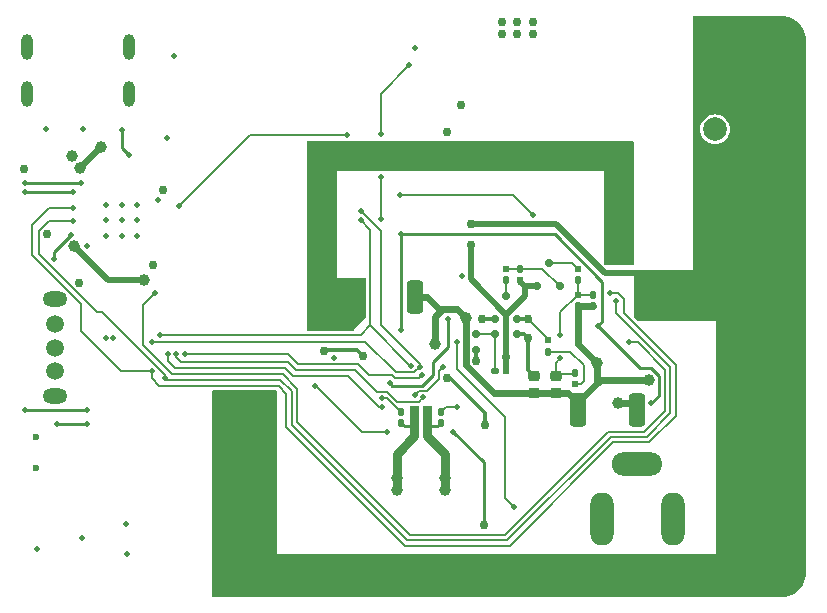
<source format=gbr>
%TF.GenerationSoftware,KiCad,Pcbnew,8.0.6+1*%
%TF.CreationDate,2024-11-21T12:35:32-05:00*%
%TF.ProjectId,powerSupplyBoard,706f7765-7253-4757-9070-6c79426f6172,01*%
%TF.SameCoordinates,Original*%
%TF.FileFunction,Copper,L4,Bot*%
%TF.FilePolarity,Positive*%
%FSLAX46Y46*%
G04 Gerber Fmt 4.6, Leading zero omitted, Abs format (unit mm)*
G04 Created by KiCad (PCBNEW 8.0.6+1) date 2024-11-21 12:35:32*
%MOMM*%
%LPD*%
G01*
G04 APERTURE LIST*
G04 Aperture macros list*
%AMRoundRect*
0 Rectangle with rounded corners*
0 $1 Rounding radius*
0 $2 $3 $4 $5 $6 $7 $8 $9 X,Y pos of 4 corners*
0 Add a 4 corners polygon primitive as box body*
4,1,4,$2,$3,$4,$5,$6,$7,$8,$9,$2,$3,0*
0 Add four circle primitives for the rounded corners*
1,1,$1+$1,$2,$3*
1,1,$1+$1,$4,$5*
1,1,$1+$1,$6,$7*
1,1,$1+$1,$8,$9*
0 Add four rect primitives between the rounded corners*
20,1,$1+$1,$2,$3,$4,$5,0*
20,1,$1+$1,$4,$5,$6,$7,0*
20,1,$1+$1,$6,$7,$8,$9,0*
20,1,$1+$1,$8,$9,$2,$3,0*%
G04 Aperture macros list end*
%TA.AperFunction,ComponentPad*%
%ADD10O,1.000000X2.200000*%
%TD*%
%TA.AperFunction,ComponentPad*%
%ADD11O,2.000000X4.500000*%
%TD*%
%TA.AperFunction,ComponentPad*%
%ADD12O,4.250000X2.000000*%
%TD*%
%TA.AperFunction,ComponentPad*%
%ADD13R,2.000000X2.000000*%
%TD*%
%TA.AperFunction,ComponentPad*%
%ADD14C,2.000000*%
%TD*%
%TA.AperFunction,ComponentPad*%
%ADD15O,2.100000X1.300000*%
%TD*%
%TA.AperFunction,ComponentPad*%
%ADD16C,1.500000*%
%TD*%
%TA.AperFunction,SMDPad,CuDef*%
%ADD17RoundRect,0.217750X-0.267250X0.217750X-0.267250X-0.217750X0.267250X-0.217750X0.267250X0.217750X0*%
%TD*%
%TA.AperFunction,SMDPad,CuDef*%
%ADD18RoundRect,0.137500X-0.152500X0.137500X-0.152500X-0.137500X0.152500X-0.137500X0.152500X0.137500X0*%
%TD*%
%TA.AperFunction,SMDPad,CuDef*%
%ADD19RoundRect,0.145000X-0.145000X0.155000X-0.145000X-0.155000X0.145000X-0.155000X0.145000X0.155000X0*%
%TD*%
%TA.AperFunction,SMDPad,CuDef*%
%ADD20RoundRect,0.137500X0.137500X0.152500X-0.137500X0.152500X-0.137500X-0.152500X0.137500X-0.152500X0*%
%TD*%
%TA.AperFunction,SMDPad,CuDef*%
%ADD21RoundRect,0.145000X0.155000X0.145000X-0.155000X0.145000X-0.155000X-0.145000X0.155000X-0.145000X0*%
%TD*%
%TA.AperFunction,SMDPad,CuDef*%
%ADD22RoundRect,0.137500X0.152500X-0.137500X0.152500X0.137500X-0.152500X0.137500X-0.152500X-0.137500X0*%
%TD*%
%TA.AperFunction,SMDPad,CuDef*%
%ADD23RoundRect,0.145000X0.145000X-0.155000X0.145000X0.155000X-0.145000X0.155000X-0.145000X-0.155000X0*%
%TD*%
%TA.AperFunction,SMDPad,CuDef*%
%ADD24RoundRect,0.250000X-0.432500X-1.153000X0.432500X-1.153000X0.432500X1.153000X-0.432500X1.153000X0*%
%TD*%
%TA.AperFunction,SMDPad,CuDef*%
%ADD25RoundRect,0.150000X0.150000X-0.200000X0.150000X0.200000X-0.150000X0.200000X-0.150000X-0.200000X0*%
%TD*%
%TA.AperFunction,SMDPad,CuDef*%
%ADD26RoundRect,0.145000X0.145000X-0.167500X0.145000X0.167500X-0.145000X0.167500X-0.145000X-0.167500X0*%
%TD*%
%TA.AperFunction,SMDPad,CuDef*%
%ADD27RoundRect,0.145000X-0.145000X0.167500X-0.145000X-0.167500X0.145000X-0.167500X0.145000X0.167500X0*%
%TD*%
%TA.AperFunction,SMDPad,CuDef*%
%ADD28RoundRect,0.150000X-0.150000X0.200000X-0.150000X-0.200000X0.150000X-0.200000X0.150000X0.200000X0*%
%TD*%
%TA.AperFunction,SMDPad,CuDef*%
%ADD29RoundRect,0.150000X0.200000X-0.150000X0.200000X0.150000X-0.200000X0.150000X-0.200000X-0.150000X0*%
%TD*%
%TA.AperFunction,SMDPad,CuDef*%
%ADD30RoundRect,0.250000X0.432500X1.153000X-0.432500X1.153000X-0.432500X-1.153000X0.432500X-1.153000X0*%
%TD*%
%TA.AperFunction,ViaPad*%
%ADD31C,0.600000*%
%TD*%
%TA.AperFunction,ViaPad*%
%ADD32C,0.750000*%
%TD*%
%TA.AperFunction,ViaPad*%
%ADD33C,0.500000*%
%TD*%
%TA.AperFunction,ViaPad*%
%ADD34C,1.000000*%
%TD*%
%TA.AperFunction,Conductor*%
%ADD35C,0.600000*%
%TD*%
%TA.AperFunction,Conductor*%
%ADD36C,0.350000*%
%TD*%
%TA.AperFunction,Conductor*%
%ADD37C,0.500000*%
%TD*%
%TA.AperFunction,Conductor*%
%ADD38C,0.200000*%
%TD*%
%TA.AperFunction,Conductor*%
%ADD39C,0.750000*%
%TD*%
%TA.AperFunction,Conductor*%
%ADD40C,0.250000*%
%TD*%
G04 APERTURE END LIST*
D10*
%TO.P,J1,S1,SHIELD*%
%TO.N,VSS*%
X120320000Y-89500000D03*
X120320000Y-85500000D03*
X111680000Y-89500000D03*
X111680000Y-85500000D03*
%TD*%
D11*
%TO.P,J3,1*%
%TO.N,Net-(F1-Pad1)*%
X160300000Y-125500000D03*
%TO.P,J3,2*%
%TO.N,GND*%
X166300000Y-125500000D03*
D12*
%TO.P,J3,3*%
X163300000Y-120800000D03*
%TD*%
D13*
%TO.P,J6,1*%
%TO.N,BAT+*%
X169900000Y-87500000D03*
D14*
%TO.P,J6,2*%
%TO.N,VSS*%
X169900000Y-92500000D03*
%TD*%
D15*
%TO.P,SW2,*%
%TO.N,*%
X114000000Y-106900000D03*
X114000000Y-115100000D03*
D16*
%TO.P,SW2,1*%
%TO.N,+3V3*%
X114000000Y-109000000D03*
%TO.P,SW2,2*%
%TO.N,Net-(R6-Pad2)*%
X114000000Y-111000000D03*
%TO.P,SW2,3*%
%TO.N,VSS*%
X114000000Y-113000000D03*
%TD*%
D17*
%TO.P,C45,1*%
%TO.N,/Fuel Gauge/REGIN*%
X154600000Y-113350000D03*
%TO.P,C45,2*%
%TO.N,AGND*%
X154600000Y-114850000D03*
%TD*%
D18*
%TO.P,R34,1*%
%TO.N,Net-(U6-BAT)*%
X158300000Y-106510000D03*
D19*
%TO.P,R34,2*%
%TO.N,AGND*%
X158300000Y-107465000D03*
%TD*%
D20*
%TO.P,R35,1*%
%TO.N,BAT+*%
X152190000Y-113000000D03*
D21*
%TO.P,R35,2*%
%TO.N,Net-(D7-Pad2)*%
X151235000Y-113000000D03*
%TD*%
D22*
%TO.P,R31,1*%
%TO.N,BAT+*%
X153400000Y-105290000D03*
D23*
%TO.P,R31,2*%
%TO.N,Net-(Q4-Pad1)*%
X153400000Y-104335000D03*
%TD*%
D18*
%TO.P,R33,1*%
%TO.N,Net-(Q4-Pad3)*%
X158300000Y-104310000D03*
D19*
%TO.P,R33,2*%
%TO.N,Net-(U6-BAT)*%
X158300000Y-105265000D03*
%TD*%
D24*
%TO.P,NT3,1*%
%TO.N,/Battery Monitor/1P*%
X139509000Y-106700000D03*
%TO.P,NT3,2*%
%TO.N,AGND*%
X144491000Y-106700000D03*
%TD*%
D17*
%TO.P,C46,1*%
%TO.N,/Fuel Gauge/REG25*%
X156400000Y-113350000D03*
%TO.P,C46,2*%
%TO.N,AGND*%
X156400000Y-114850000D03*
%TD*%
D25*
%TO.P,Q4,1*%
%TO.N,Net-(Q4-Pad1)*%
X156750000Y-105800000D03*
%TO.P,Q4,2*%
%TO.N,BAT+*%
X154850000Y-105800000D03*
%TO.P,Q4,3*%
%TO.N,Net-(Q4-Pad3)*%
X155800000Y-103800000D03*
%TD*%
%TO.P,Q5,1*%
%TO.N,/Fuel Gauge/VEN*%
X153150000Y-108600000D03*
%TO.P,Q5,2*%
%TO.N,GND*%
X151250000Y-108600000D03*
%TO.P,Q5,3*%
%TO.N,Net-(Q5-Pad3)*%
X152200000Y-106600000D03*
%TD*%
D26*
%TO.P,C28,1*%
%TO.N,Net-(U4-SW2)*%
X143300000Y-117337000D03*
%TO.P,C28,2*%
%TO.N,Net-(U4-BTST2)*%
X143300000Y-116463000D03*
%TD*%
D27*
%TO.P,C44,1*%
%TO.N,Net-(U6-BAT)*%
X159600000Y-106563000D03*
%TO.P,C44,2*%
%TO.N,AGND*%
X159600000Y-107437000D03*
%TD*%
%TO.P,C27,1*%
%TO.N,Net-(U4-BTST1)*%
X146700000Y-116463000D03*
%TO.P,C27,2*%
%TO.N,Net-(U4-SW1)*%
X146700000Y-117337000D03*
%TD*%
D28*
%TO.P,Q6,1*%
%TO.N,Net-(D7-Pad2)*%
X151250000Y-109800000D03*
%TO.P,Q6,2*%
%TO.N,/Fuel Gauge/REGIN*%
X153150000Y-109800000D03*
%TO.P,Q6,3*%
%TO.N,BAT+*%
X152200000Y-111800000D03*
%TD*%
D29*
%TO.P,D7,1*%
%TO.N,GND*%
X149700000Y-111200000D03*
%TO.P,D7,2*%
%TO.N,Net-(D7-Pad2)*%
X149700000Y-109800000D03*
%TD*%
D30*
%TO.P,NT1,1*%
%TO.N,GND*%
X163291000Y-116300000D03*
%TO.P,NT1,2*%
%TO.N,AGND*%
X158309000Y-116300000D03*
%TD*%
D18*
%TO.P,R37,1*%
%TO.N,/Fuel Gauge/VEN*%
X155750000Y-110360000D03*
D19*
%TO.P,R37,2*%
%TO.N,Net-(R36-Pad1)*%
X155750000Y-111315000D03*
%TD*%
D18*
%TO.P,R32,1*%
%TO.N,Net-(Q4-Pad1)*%
X152200000Y-104310000D03*
D19*
%TO.P,R32,2*%
%TO.N,Net-(Q5-Pad3)*%
X152200000Y-105265000D03*
%TD*%
D22*
%TO.P,R36,1*%
%TO.N,Net-(R36-Pad1)*%
X158000000Y-114090000D03*
D23*
%TO.P,R36,2*%
%TO.N,/Fuel Gauge/REG25*%
X158000000Y-113135000D03*
%TD*%
D31*
%TO.N,VSS*%
X112400000Y-118575000D03*
D32*
X123150000Y-97600000D03*
D33*
X144500000Y-85600000D03*
X118350000Y-110150000D03*
D32*
X147200000Y-92700000D03*
D33*
X120060000Y-125900000D03*
D32*
X153150000Y-83400000D03*
D33*
X137600000Y-111850000D03*
D32*
X151900000Y-83400000D03*
X111400000Y-95900000D03*
D31*
X112400000Y-121200000D03*
D33*
X124100000Y-86300000D03*
D32*
X151900000Y-84400000D03*
X116050000Y-105500000D03*
X154450000Y-83400000D03*
D33*
X120950000Y-101500000D03*
X112500000Y-128000000D03*
X148500000Y-104900000D03*
D32*
X122300000Y-104000000D03*
D33*
X123500000Y-93200000D03*
D32*
X113350000Y-101400000D03*
D33*
X122700000Y-98450000D03*
X119650000Y-101500000D03*
X120950000Y-100200000D03*
X116700000Y-102350000D03*
D32*
X153150000Y-84400000D03*
D33*
X118350000Y-98900000D03*
X116320000Y-127100000D03*
X118350000Y-101500000D03*
X120100000Y-128500000D03*
X119650000Y-100200000D03*
X119650000Y-98900000D03*
X120950000Y-98900000D03*
X118350000Y-100200000D03*
X118900000Y-110150000D03*
D34*
X115444972Y-94794543D03*
D32*
X154450000Y-84400000D03*
D33*
X113250000Y-92500000D03*
D32*
X148400000Y-90450000D03*
D33*
X116350000Y-92500000D03*
D32*
%TO.N,GND*%
X149700000Y-112150000D03*
X150200000Y-108600000D03*
D34*
X161700000Y-115700000D03*
%TO.N,+3V3*%
X116100000Y-95800000D03*
X121550000Y-105250000D03*
X117900000Y-94000000D03*
X115650000Y-102400000D03*
D32*
%TO.N,VBUS*%
X150400000Y-117500000D03*
X147190000Y-113530000D03*
%TO.N,Net-(U4-BATP)*%
X136800000Y-111300000D03*
X140100000Y-111700000D03*
D33*
%TO.N,Net-(U4-BTST1)*%
X148037999Y-116037999D03*
D34*
%TO.N,Net-(U4-SW1)*%
X147025000Y-123050000D03*
D33*
X145550000Y-116150000D03*
D34*
X147025000Y-122000000D03*
D33*
X145550000Y-116700000D03*
%TO.N,Net-(U4-BTST2)*%
X141711091Y-115288909D03*
D34*
%TO.N,Net-(U4-SW2)*%
X142975000Y-122000000D03*
D33*
X144450000Y-116150000D03*
D34*
X142975000Y-123050000D03*
D33*
X144450000Y-116700000D03*
D34*
%TO.N,AGND*%
X159900000Y-112300000D03*
X148800000Y-108500000D03*
X164300000Y-113700000D03*
X146150000Y-110650000D03*
D33*
%TO.N,Net-(U6-BAT)*%
X156800000Y-109900000D03*
D32*
%TO.N,/Fuel Gauge/REGIN*%
X154100000Y-110200000D03*
D33*
%TO.N,/Fuel Gauge/REG25*%
X156800000Y-111900000D03*
%TO.N,Net-(U4-STAT)*%
X147750000Y-118150000D03*
D32*
X150300000Y-126000000D03*
%TO.N,BAT+*%
X149200000Y-100500000D03*
D34*
X132000000Y-115400000D03*
D32*
X149200000Y-102300000D03*
D34*
X166000000Y-106700000D03*
X128100000Y-116700000D03*
X164800000Y-106700000D03*
X164800000Y-107900000D03*
X129400000Y-116700000D03*
X129400000Y-115400000D03*
X167200000Y-107900000D03*
X130700000Y-116700000D03*
X132000000Y-116700000D03*
X163600000Y-106700000D03*
X128100000Y-115400000D03*
X163600000Y-107900000D03*
X130700000Y-115400000D03*
X166000000Y-107900000D03*
X167200000Y-106700000D03*
D33*
%TO.N,Net-(D2-Pad1)*%
X120300000Y-94700000D03*
X119700000Y-92600000D03*
%TO.N,/BAT_CHG_INT*%
X141700000Y-116000000D03*
X123600000Y-111500000D03*
%TO.N,/~{QON}*%
X124300000Y-111500000D03*
X145200000Y-115200000D03*
%TO.N,/SOC_ALERT*%
X122500000Y-106400000D03*
X162650000Y-110550000D03*
%TO.N,/BAL_ALERT*%
X138700000Y-92950000D03*
X124500000Y-99000000D03*
%TO.N,/SCL*%
X122200000Y-113000000D03*
X139900000Y-99400000D03*
X115500000Y-99200000D03*
X122200000Y-110500000D03*
X161000000Y-106400000D03*
X144900000Y-112600000D03*
%TO.N,/SDA*%
X122900000Y-109900000D03*
X144156587Y-112506587D03*
X123300000Y-113600000D03*
X161500000Y-107000000D03*
X115500000Y-100300000D03*
X139900000Y-100200000D03*
%TO.N,/~{CE}*%
X125000000Y-111500000D03*
X145125000Y-113331219D03*
%TO.N,/SWDCLK*%
X115500000Y-97850000D03*
X111450000Y-97850000D03*
X116700000Y-117450000D03*
X114200000Y-117450000D03*
%TO.N,/SWDIO*%
X111450000Y-97050000D03*
X116200000Y-97050000D03*
X111500000Y-116300000D03*
X116700000Y-116300000D03*
D32*
%TO.N,/Fuel Gauge/VEN*%
X154100000Y-108600000D03*
D33*
%TO.N,/TS*%
X159950000Y-109150000D03*
X143341402Y-101400000D03*
X143341402Y-109500000D03*
X164500000Y-115700000D03*
%TO.N,Net-(U4-SDRV)*%
X136050000Y-114200000D03*
X142150000Y-118100000D03*
%TO.N,Net-(Q2-Pad4)*%
X143250000Y-98100000D03*
X154450000Y-99750000D03*
%TO.N,Net-(U1-BOOT0)*%
X115350000Y-101450000D03*
X113900000Y-103500000D03*
%TO.N,/Battery Charger/REGN*%
X152900000Y-124500000D03*
X148025000Y-110525000D03*
%TO.N,Net-(U4-PROG)*%
X146900000Y-112600000D03*
X144500000Y-115000000D03*
%TO.N,/Battery Charger/ILIM_HZ*%
X147300000Y-108525000D03*
X142350000Y-114000000D03*
%TO.N,/Battery Monitor/CHG*%
X141600000Y-100100000D03*
X144000000Y-87100000D03*
X141600000Y-92900000D03*
X141600000Y-96550000D03*
D34*
%TO.N,/Battery Monitor/1P*%
X136800000Y-108900000D03*
X162300000Y-102200000D03*
X161000000Y-102200000D03*
X162300000Y-103500000D03*
X161000000Y-103500000D03*
%TD*%
D35*
%TO.N,GND*%
X163291000Y-116300000D02*
X163291000Y-115709000D01*
D36*
X151250000Y-108600000D02*
X150200000Y-108600000D01*
D35*
X163291000Y-115709000D02*
X163300000Y-115700000D01*
X163000000Y-115700000D02*
X161700000Y-115700000D01*
X163291000Y-115991000D02*
X163000000Y-115700000D01*
D36*
X149700000Y-111200000D02*
X149700000Y-112150000D01*
D35*
X163291000Y-116300000D02*
X163291000Y-115991000D01*
D37*
%TO.N,+3V3*%
X117900000Y-94000000D02*
X116100000Y-95800000D01*
X118500000Y-105250000D02*
X121550000Y-105250000D01*
X115650000Y-102400000D02*
X118500000Y-105250000D01*
D36*
%TO.N,VBUS*%
X150400000Y-117500000D02*
X150400000Y-116500000D01*
X150400000Y-116500000D02*
X147430000Y-113530000D01*
X147430000Y-113530000D02*
X147190000Y-113530000D01*
%TO.N,Net-(U4-BATP)*%
X136900000Y-111200000D02*
X136800000Y-111300000D01*
X140100000Y-111700000D02*
X139600000Y-111200000D01*
X139600000Y-111200000D02*
X136900000Y-111200000D01*
D38*
%TO.N,Net-(U4-BTST1)*%
X147125001Y-116037999D02*
X146700000Y-116463000D01*
X148037999Y-116037999D02*
X147125001Y-116037999D01*
D39*
%TO.N,Net-(U4-SW1)*%
X145550000Y-117650000D02*
X145550000Y-118500000D01*
D40*
X146387000Y-117650000D02*
X145550000Y-117650000D01*
D39*
X147025000Y-119975000D02*
X147025000Y-123050000D01*
X145550000Y-118500000D02*
X147025000Y-119975000D01*
D40*
X146700000Y-117337000D02*
X146387000Y-117650000D01*
D39*
X145550000Y-116700000D02*
X145550000Y-117650000D01*
D38*
%TO.N,Net-(U4-BTST2)*%
X142125909Y-115288909D02*
X143300000Y-116463000D01*
X141711091Y-115288909D02*
X142125909Y-115288909D01*
D40*
%TO.N,Net-(U4-SW2)*%
X143613000Y-117650000D02*
X144450000Y-117650000D01*
D39*
X144450000Y-117650000D02*
X144450000Y-118500000D01*
X144450000Y-116700000D02*
X144450000Y-117650000D01*
D40*
X143300000Y-117337000D02*
X143613000Y-117650000D01*
D39*
X142975000Y-119975000D02*
X142975000Y-123050000D01*
X144450000Y-118500000D02*
X142975000Y-119975000D01*
D35*
%TO.N,AGND*%
X145500000Y-106700000D02*
X146550000Y-107750000D01*
X158309000Y-115591000D02*
X158309000Y-116300000D01*
X157450000Y-114850000D02*
X156400000Y-114850000D01*
D38*
X159572000Y-107465000D02*
X159600000Y-107437000D01*
D35*
X146150000Y-108400000D02*
X146800000Y-107750000D01*
X159900000Y-112300000D02*
X159900000Y-114000000D01*
X154600000Y-114850000D02*
X151162563Y-114850000D01*
X159900000Y-114000000D02*
X158309000Y-115591000D01*
X164300000Y-113700000D02*
X160200000Y-113700000D01*
X158309000Y-116300000D02*
X158309000Y-115709000D01*
X146800000Y-107750000D02*
X148050000Y-107750000D01*
X154600000Y-114850000D02*
X156400000Y-114850000D01*
X159900000Y-112300000D02*
X158300000Y-110700000D01*
X158300000Y-110700000D02*
X158300000Y-107465000D01*
X159600000Y-107437000D02*
X158328000Y-107437000D01*
X148050000Y-107750000D02*
X148800000Y-108500000D01*
X158328000Y-107437000D02*
X158300000Y-107465000D01*
X144491000Y-106700000D02*
X145500000Y-106700000D01*
X151162563Y-114850000D02*
X148800000Y-112487437D01*
X160200000Y-113700000D02*
X159900000Y-114000000D01*
X146150000Y-110650000D02*
X146150000Y-108400000D01*
X146550000Y-107750000D02*
X146800000Y-107750000D01*
X148800000Y-112487437D02*
X148800000Y-108500000D01*
X158309000Y-115709000D02*
X157450000Y-114850000D01*
D38*
%TO.N,Net-(U6-BAT)*%
X156800000Y-108010000D02*
X156800000Y-109900000D01*
X159600000Y-106563000D02*
X158353000Y-106563000D01*
X158353000Y-106563000D02*
X158300000Y-106510000D01*
X158300000Y-106510000D02*
X158300000Y-105265000D01*
X158300000Y-106510000D02*
X156800000Y-108010000D01*
D36*
%TO.N,/Fuel Gauge/REGIN*%
X154100000Y-110200000D02*
X154100000Y-112850000D01*
X153150000Y-109800000D02*
X153700000Y-109800000D01*
X154100000Y-112850000D02*
X154600000Y-113350000D01*
X153700000Y-109800000D02*
X154100000Y-110200000D01*
D38*
%TO.N,/Fuel Gauge/REG25*%
X156515000Y-113235000D02*
X156400000Y-113350000D01*
X156400000Y-112300000D02*
X156800000Y-111900000D01*
X156400000Y-113350000D02*
X156400000Y-112300000D01*
X158000000Y-113235000D02*
X156515000Y-113235000D01*
D40*
%TO.N,Net-(U4-STAT)*%
X147750000Y-118150000D02*
X150300000Y-120700000D01*
X150300000Y-120700000D02*
X150300000Y-126000000D01*
D37*
%TO.N,BAT+*%
X163600000Y-105100000D02*
X163600000Y-106700000D01*
X152190000Y-113000000D02*
X152200000Y-112990000D01*
X153810000Y-106590000D02*
X153810000Y-105800000D01*
X149200000Y-105200000D02*
X152200000Y-108200000D01*
D36*
X149200000Y-100700000D02*
X149200000Y-100500000D01*
D37*
X153810000Y-105800000D02*
X153400000Y-105390000D01*
X152200000Y-112990000D02*
X152200000Y-108200000D01*
X160550000Y-104650000D02*
X163150000Y-104650000D01*
X149200000Y-102300000D02*
X149200000Y-105200000D01*
X156400000Y-100500000D02*
X160550000Y-104650000D01*
X149200000Y-100500000D02*
X156400000Y-100500000D01*
X154850000Y-105800000D02*
X153810000Y-105800000D01*
X163150000Y-104650000D02*
X163600000Y-105100000D01*
X153400000Y-105390000D02*
X153400000Y-105290000D01*
D38*
X152190000Y-113000000D02*
X152090000Y-113000000D01*
D37*
X152200000Y-108200000D02*
X153810000Y-106590000D01*
D40*
%TO.N,Net-(D2-Pad1)*%
X120300000Y-94700000D02*
X119700000Y-94100000D01*
X119700000Y-94100000D02*
X119700000Y-92600000D01*
D38*
%TO.N,/BAT_CHG_INT*%
X133500000Y-112700000D02*
X134200000Y-113400000D01*
X123600000Y-112100000D02*
X124200000Y-112700000D01*
X134200000Y-113400000D02*
X138850000Y-113400000D01*
X123600000Y-111500000D02*
X123600000Y-112100000D01*
X138850000Y-113400000D02*
X141450000Y-116000000D01*
X141450000Y-116000000D02*
X141700000Y-116000000D01*
X124200000Y-112700000D02*
X133500000Y-112700000D01*
%TO.N,/~{QON}*%
X134400000Y-112900000D02*
X139400000Y-112900000D01*
X142138909Y-114738909D02*
X142200000Y-114800000D01*
X142200000Y-114800000D02*
X142202686Y-114800000D01*
X124300000Y-111500000D02*
X124300000Y-111800000D01*
X139400000Y-112900000D02*
X141238909Y-114738909D01*
X142952686Y-115550000D02*
X144850000Y-115550000D01*
X142202686Y-114800000D02*
X142952686Y-115550000D01*
X124300000Y-111800000D02*
X124700000Y-112200000D01*
X141238909Y-114738909D02*
X142138909Y-114738909D01*
X133700000Y-112200000D02*
X134400000Y-112900000D01*
X124700000Y-112200000D02*
X133700000Y-112200000D01*
X144850000Y-115550000D02*
X145200000Y-115200000D01*
%TO.N,/SOC_ALERT*%
X121500000Y-107400000D02*
X122500000Y-106400000D01*
X123950000Y-113250000D02*
X121500000Y-110800000D01*
X134500000Y-117300000D02*
X134500000Y-114450000D01*
X163900000Y-118100000D02*
X160850000Y-118100000D01*
X162650000Y-110550000D02*
X163350000Y-110550000D01*
X134500000Y-114450000D02*
X133300000Y-113250000D01*
X121500000Y-110800000D02*
X121500000Y-107400000D01*
X152100000Y-126850000D02*
X144050000Y-126850000D01*
X133300000Y-113250000D02*
X123950000Y-113250000D01*
X160850000Y-118100000D02*
X152100000Y-126850000D01*
X165650000Y-116350000D02*
X163900000Y-118100000D01*
X144050000Y-126850000D02*
X134500000Y-117300000D01*
X165650000Y-112850000D02*
X165650000Y-116350000D01*
X163350000Y-110550000D02*
X165650000Y-112850000D01*
%TO.N,/BAL_ALERT*%
X124500000Y-99000000D02*
X130550000Y-92950000D01*
X130550000Y-92950000D02*
X138700000Y-92950000D01*
%TO.N,/SCL*%
X144443413Y-113056587D02*
X144900000Y-112600000D01*
X112100000Y-100600000D02*
X112100000Y-103178248D01*
X161250000Y-119000000D02*
X152500000Y-127750000D01*
X122200000Y-113600000D02*
X122200000Y-113000000D01*
X139900000Y-99400000D02*
X141600000Y-101100000D01*
X122850000Y-114250000D02*
X122200000Y-113600000D01*
X161000000Y-106400000D02*
X161677818Y-106400000D01*
X142856587Y-113056587D02*
X144443413Y-113056587D01*
X144900000Y-112400000D02*
X144900000Y-112600000D01*
X116200000Y-109600000D02*
X119600000Y-113000000D01*
X122200000Y-110500000D02*
X140300000Y-110500000D01*
X152500000Y-127750000D02*
X143650000Y-127750000D01*
X115500000Y-99200000D02*
X113500000Y-99200000D01*
X162150000Y-106872182D02*
X162150000Y-108050000D01*
X166550000Y-116750000D02*
X164300000Y-119000000D01*
X164300000Y-119000000D02*
X161250000Y-119000000D01*
X133600000Y-114900000D02*
X132950000Y-114250000D01*
X162150000Y-108050000D02*
X166550000Y-112450000D01*
X133600000Y-117700000D02*
X133600000Y-114900000D01*
X132950000Y-114250000D02*
X122850000Y-114250000D01*
X143650000Y-127750000D02*
X133600000Y-117700000D01*
X116200000Y-107278248D02*
X116200000Y-109600000D01*
X141600000Y-109100000D02*
X144900000Y-112400000D01*
X112100000Y-103178248D02*
X116200000Y-107278248D01*
X166550000Y-112450000D02*
X166550000Y-116750000D01*
X113500000Y-99200000D02*
X112100000Y-100600000D01*
X161677818Y-106400000D02*
X162150000Y-106872182D01*
X140300000Y-110500000D02*
X142856587Y-113056587D01*
X141600000Y-101100000D02*
X141600000Y-109100000D01*
X119600000Y-113000000D02*
X122200000Y-113000000D01*
%TO.N,/SDA*%
X123300000Y-113600000D02*
X123400000Y-113700000D01*
X133050000Y-113700000D02*
X134050000Y-114700000D01*
X140700000Y-101000000D02*
X140700000Y-109100000D01*
X112675000Y-103079595D02*
X117595405Y-108000000D01*
X123400000Y-113700000D02*
X133050000Y-113700000D01*
X134050000Y-114700000D02*
X134050000Y-117500000D01*
X143850000Y-127300000D02*
X152300000Y-127300000D01*
X122900000Y-109900000D02*
X139900000Y-109900000D01*
X144106587Y-112506587D02*
X140700000Y-109100000D01*
X144156587Y-112506587D02*
X144106587Y-112506587D01*
X161050000Y-118550000D02*
X164100000Y-118550000D01*
X112675000Y-101120405D02*
X112675000Y-103079595D01*
X113495405Y-100300000D02*
X112675000Y-101120405D01*
X117595405Y-108000000D02*
X118000000Y-108000000D01*
X134050000Y-117500000D02*
X143850000Y-127300000D01*
X152300000Y-127300000D02*
X161050000Y-118550000D01*
X139900000Y-109900000D02*
X140700000Y-109100000D01*
X166100000Y-116550000D02*
X166100000Y-112650000D01*
X115500000Y-100300000D02*
X113495405Y-100300000D01*
X139900000Y-100200000D02*
X140700000Y-101000000D01*
X118000000Y-108000000D02*
X123300000Y-113300000D01*
X164100000Y-118550000D02*
X166100000Y-116550000D01*
X161500000Y-108050000D02*
X161500000Y-107000000D01*
X166100000Y-112650000D02*
X161500000Y-108050000D01*
X123300000Y-113300000D02*
X123300000Y-113600000D01*
%TO.N,/~{CE}*%
X142813909Y-113600000D02*
X142513909Y-113300000D01*
X145125000Y-113331219D02*
X144856219Y-113600000D01*
X133700000Y-111500000D02*
X125000000Y-111500000D01*
X142513909Y-113300000D02*
X140600000Y-113300000D01*
X134600000Y-112400000D02*
X133700000Y-111500000D01*
X139700000Y-112400000D02*
X134600000Y-112400000D01*
X144856219Y-113600000D02*
X142813909Y-113600000D01*
X140600000Y-113300000D02*
X139700000Y-112400000D01*
D40*
%TO.N,/SWDCLK*%
X115500000Y-97850000D02*
X111450000Y-97850000D01*
X114200000Y-117450000D02*
X116700000Y-117450000D01*
%TO.N,/SWDIO*%
X116200000Y-97050000D02*
X111450000Y-97050000D01*
X116700000Y-116300000D02*
X111500000Y-116300000D01*
D38*
%TO.N,/Fuel Gauge/VEN*%
X155750000Y-110250000D02*
X155750000Y-110510000D01*
D36*
X153150000Y-108600000D02*
X154100000Y-108600000D01*
D38*
X154100000Y-108600000D02*
X155750000Y-110250000D01*
D40*
%TO.N,/TS*%
X160350000Y-105412116D02*
X156337884Y-101400000D01*
X143341402Y-109500000D02*
X143341402Y-101400000D01*
X165125000Y-115075000D02*
X164500000Y-115700000D01*
X165125000Y-113358273D02*
X165125000Y-115075000D01*
X164516727Y-112750000D02*
X165125000Y-113358273D01*
X156337884Y-101400000D02*
X143341402Y-101400000D01*
X159950000Y-109150000D02*
X160350000Y-108750000D01*
X160350000Y-108750000D02*
X160350000Y-105412116D01*
X163550000Y-112750000D02*
X164516727Y-112750000D01*
X159950000Y-109150000D02*
X163550000Y-112750000D01*
D38*
%TO.N,Net-(U4-SDRV)*%
X140000000Y-118100000D02*
X142150000Y-118100000D01*
X136100000Y-114200000D02*
X140000000Y-118100000D01*
X136050000Y-114200000D02*
X136100000Y-114200000D01*
%TO.N,Net-(Q2-Pad4)*%
X152800000Y-98100000D02*
X143250000Y-98100000D01*
X154450000Y-99750000D02*
X152800000Y-98100000D01*
%TO.N,Net-(Q4-Pad1)*%
X152225000Y-104335000D02*
X152200000Y-104310000D01*
X155285000Y-104335000D02*
X152225000Y-104335000D01*
X156750000Y-105800000D02*
X155285000Y-104335000D01*
%TO.N,Net-(Q4-Pad3)*%
X157790000Y-103800000D02*
X158300000Y-104310000D01*
X155800000Y-103800000D02*
X157790000Y-103800000D01*
%TO.N,Net-(Q5-Pad3)*%
X152200000Y-105265000D02*
X152200000Y-106600000D01*
D40*
%TO.N,Net-(U1-BOOT0)*%
X113900000Y-102900000D02*
X113900000Y-103500000D01*
X115350000Y-101450000D02*
X113900000Y-102900000D01*
D38*
%TO.N,/Battery Charger/REGN*%
X152100000Y-116900000D02*
X148025000Y-112825000D01*
X152100000Y-123700000D02*
X152100000Y-116900000D01*
X152900000Y-124500000D02*
X152100000Y-123700000D01*
X148025000Y-112825000D02*
X148025000Y-110525000D01*
%TO.N,Net-(U4-PROG)*%
X146515000Y-112985000D02*
X146900000Y-112600000D01*
X145550000Y-114650000D02*
X146515000Y-113685000D01*
X144850000Y-114650000D02*
X145550000Y-114650000D01*
X144500000Y-115000000D02*
X144850000Y-114650000D01*
X146515000Y-113685000D02*
X146515000Y-112985000D01*
D40*
%TO.N,/Battery Charger/ILIM_HZ*%
X145069392Y-114200000D02*
X142550000Y-114200000D01*
X142550000Y-114200000D02*
X142350000Y-114000000D01*
X147300000Y-110913173D02*
X146000000Y-112213173D01*
X146000000Y-113269392D02*
X145069392Y-114200000D01*
X147300000Y-108525000D02*
X147300000Y-110913173D01*
X146000000Y-112213173D02*
X146000000Y-113269392D01*
D38*
%TO.N,/Battery Monitor/CHG*%
X141600000Y-92900000D02*
X141600000Y-89500000D01*
X141600000Y-100100000D02*
X141600000Y-96550000D01*
X141600000Y-89500000D02*
X144000000Y-87100000D01*
%TO.N,Net-(D7-Pad2)*%
X151250000Y-109800000D02*
X149700000Y-109800000D01*
X151135000Y-113000000D02*
X151250000Y-112885000D01*
X151250000Y-112885000D02*
X151250000Y-109800000D01*
%TO.N,Net-(R36-Pad1)*%
X155750000Y-111315000D02*
X157615000Y-111315000D01*
X157615000Y-111315000D02*
X158800000Y-112500000D01*
X158800000Y-112500000D02*
X158800000Y-113850000D01*
X158560000Y-114090000D02*
X158000000Y-114090000D01*
X158800000Y-113850000D02*
X158560000Y-114090000D01*
%TD*%
%TA.AperFunction,Conductor*%
%TO.N,Net-(U4-SW1)*%
G36*
X145931694Y-115918306D02*
G01*
X145950000Y-115962500D01*
X145950000Y-116887500D01*
X145931694Y-116931694D01*
X145887500Y-116950000D01*
X145212500Y-116950000D01*
X145168306Y-116931694D01*
X145150000Y-116887500D01*
X145150000Y-115962500D01*
X145168306Y-115918306D01*
X145212500Y-115900000D01*
X145887500Y-115900000D01*
X145931694Y-115918306D01*
G37*
%TD.AperFunction*%
%TD*%
%TA.AperFunction,Conductor*%
%TO.N,Net-(U4-SW2)*%
G36*
X144831694Y-115922806D02*
G01*
X144850000Y-115967000D01*
X144850000Y-116887500D01*
X144831694Y-116931694D01*
X144787500Y-116950000D01*
X144112500Y-116950000D01*
X144068306Y-116931694D01*
X144050000Y-116887500D01*
X144050000Y-115967000D01*
X144068306Y-115922806D01*
X144112500Y-115904500D01*
X144787500Y-115904500D01*
X144831694Y-115922806D01*
G37*
%TD.AperFunction*%
%TD*%
%TA.AperFunction,Conductor*%
%TO.N,/Battery Monitor/1P*%
G36*
X162937613Y-93499887D02*
G01*
X162981774Y-93518273D01*
X163000000Y-93562387D01*
X163000000Y-103937500D01*
X162981694Y-103981694D01*
X162937500Y-104000000D01*
X160639358Y-104000000D01*
X160595164Y-103981694D01*
X160518306Y-103904835D01*
X160500000Y-103860641D01*
X160500000Y-96000000D01*
X137850000Y-96000000D01*
X137900000Y-105100000D01*
X140283000Y-105100000D01*
X140327194Y-105118306D01*
X140345500Y-105162500D01*
X140345500Y-108341514D01*
X140330712Y-108381885D01*
X139364840Y-109523371D01*
X139322318Y-109545284D01*
X139317128Y-109545500D01*
X135412500Y-109545500D01*
X135368306Y-109527194D01*
X135350000Y-109483000D01*
X135350000Y-93512613D01*
X135368306Y-93468419D01*
X135412499Y-93450113D01*
X162937613Y-93499887D01*
G37*
%TD.AperFunction*%
%TD*%
%TA.AperFunction,Conductor*%
%TO.N,BAT+*%
G36*
X175502044Y-82881634D02*
G01*
X175772432Y-82899356D01*
X175780536Y-82900422D01*
X176044301Y-82952888D01*
X176052176Y-82954999D01*
X176276985Y-83031311D01*
X176306832Y-83041443D01*
X176314385Y-83044571D01*
X176555578Y-83163514D01*
X176562658Y-83167602D01*
X176786255Y-83317005D01*
X176792740Y-83321981D01*
X176994933Y-83499299D01*
X177000700Y-83505066D01*
X177166997Y-83694692D01*
X177178017Y-83707258D01*
X177182994Y-83713744D01*
X177332397Y-83937341D01*
X177336485Y-83944421D01*
X177455428Y-84185614D01*
X177458556Y-84193167D01*
X177544997Y-84447812D01*
X177547113Y-84455709D01*
X177599576Y-84719462D01*
X177600643Y-84727567D01*
X177618366Y-84997955D01*
X177618500Y-85002043D01*
X177618500Y-129997956D01*
X177618366Y-130002044D01*
X177600643Y-130272432D01*
X177599576Y-130280537D01*
X177547113Y-130544290D01*
X177544997Y-130552187D01*
X177458556Y-130806832D01*
X177455428Y-130814385D01*
X177336485Y-131055578D01*
X177332397Y-131062658D01*
X177182994Y-131286255D01*
X177178017Y-131292741D01*
X177000707Y-131494926D01*
X176994926Y-131500707D01*
X176792741Y-131678017D01*
X176786255Y-131682994D01*
X176562658Y-131832397D01*
X176555578Y-131836485D01*
X176314385Y-131955428D01*
X176306832Y-131958556D01*
X176052187Y-132044997D01*
X176044290Y-132047113D01*
X175780537Y-132099576D01*
X175772432Y-132100643D01*
X175502044Y-132118366D01*
X175497956Y-132118500D01*
X127362500Y-132118500D01*
X127318306Y-132100194D01*
X127300000Y-132056000D01*
X127300000Y-114667000D01*
X127318306Y-114622806D01*
X127362500Y-114604500D01*
X132737500Y-114604500D01*
X132781694Y-114622806D01*
X132800000Y-114667000D01*
X132800000Y-128500000D01*
X170000000Y-128500000D01*
X170000000Y-108700000D01*
X163327227Y-108700000D01*
X163283033Y-108681694D01*
X163018306Y-108416967D01*
X163000000Y-108372773D01*
X163000000Y-104462500D01*
X163018306Y-104418306D01*
X163062500Y-104400000D01*
X168000000Y-104400000D01*
X168000000Y-92499997D01*
X168640708Y-92499997D01*
X168640708Y-92500002D01*
X168659839Y-92718675D01*
X168659840Y-92718681D01*
X168716650Y-92930695D01*
X168716655Y-92930708D01*
X168809418Y-93129642D01*
X168809420Y-93129644D01*
X168935326Y-93309458D01*
X169090541Y-93464673D01*
X169155958Y-93510478D01*
X169270354Y-93590579D01*
X169270355Y-93590579D01*
X169270357Y-93590581D01*
X169419221Y-93659996D01*
X169469297Y-93683347D01*
X169469302Y-93683348D01*
X169469304Y-93683349D01*
X169681318Y-93740159D01*
X169681319Y-93740159D01*
X169681326Y-93740161D01*
X169861736Y-93755944D01*
X169899998Y-93759292D01*
X169900000Y-93759292D01*
X169900002Y-93759292D01*
X169935185Y-93756213D01*
X170118674Y-93740161D01*
X170330703Y-93683347D01*
X170529646Y-93590579D01*
X170709457Y-93464674D01*
X170864674Y-93309457D01*
X170990579Y-93129646D01*
X171083347Y-92930703D01*
X171140161Y-92718674D01*
X171159292Y-92500000D01*
X171140161Y-92281326D01*
X171139671Y-92279499D01*
X171083349Y-92069304D01*
X171083348Y-92069302D01*
X171083347Y-92069297D01*
X171059996Y-92019221D01*
X170990581Y-91870357D01*
X170990579Y-91870355D01*
X170990579Y-91870354D01*
X170864674Y-91690543D01*
X170864673Y-91690541D01*
X170709458Y-91535326D01*
X170595061Y-91455225D01*
X170529646Y-91409421D01*
X170529644Y-91409420D01*
X170529642Y-91409418D01*
X170330708Y-91316655D01*
X170330695Y-91316650D01*
X170118681Y-91259840D01*
X170118675Y-91259839D01*
X169900002Y-91240708D01*
X169899998Y-91240708D01*
X169681324Y-91259839D01*
X169681318Y-91259840D01*
X169469304Y-91316650D01*
X169469291Y-91316655D01*
X169270357Y-91409418D01*
X169270355Y-91409420D01*
X169090541Y-91535326D01*
X168935326Y-91690541D01*
X168809420Y-91870355D01*
X168809418Y-91870357D01*
X168716655Y-92069291D01*
X168716650Y-92069304D01*
X168659840Y-92281318D01*
X168659839Y-92281324D01*
X168640708Y-92499997D01*
X168000000Y-92499997D01*
X168000000Y-82944000D01*
X168018306Y-82899806D01*
X168062500Y-82881500D01*
X175445149Y-82881500D01*
X175497956Y-82881500D01*
X175502044Y-82881634D01*
G37*
%TD.AperFunction*%
%TD*%
M02*

</source>
